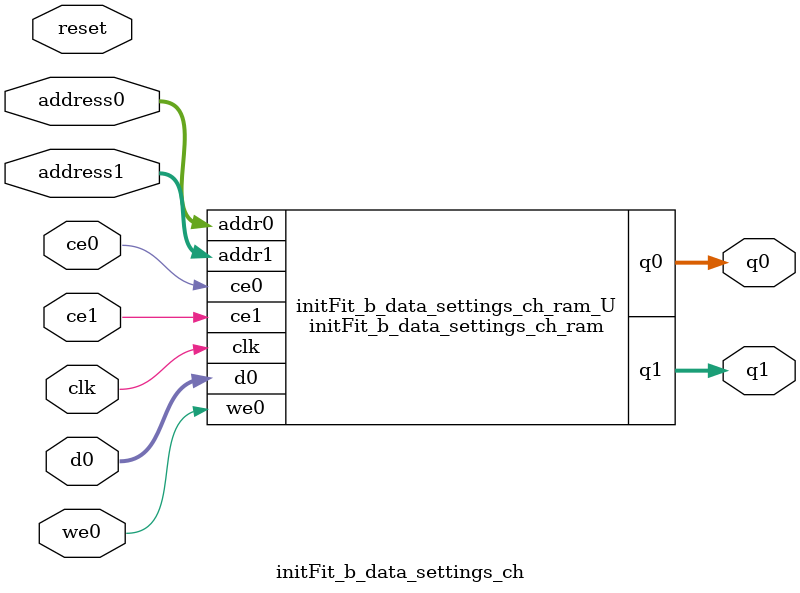
<source format=v>
`timescale 1 ns / 1 ps
module initFit_b_data_settings_ch_ram (addr0, ce0, d0, we0, q0, addr1, ce1, q1,  clk);

parameter DWIDTH = 32;
parameter AWIDTH = 4;
parameter MEM_SIZE = 10;

input[AWIDTH-1:0] addr0;
input ce0;
input[DWIDTH-1:0] d0;
input we0;
output reg[DWIDTH-1:0] q0;
input[AWIDTH-1:0] addr1;
input ce1;
output reg[DWIDTH-1:0] q1;
input clk;

(* ram_style = "distributed" *)reg [DWIDTH-1:0] ram[0:MEM_SIZE-1];




always @(posedge clk)  
begin 
    if (ce0) 
    begin
        if (we0) 
        begin 
            ram[addr0] <= d0; 
        end 
        q0 <= ram[addr0];
    end
end


always @(posedge clk)  
begin 
    if (ce1) 
    begin
        q1 <= ram[addr1];
    end
end


endmodule

`timescale 1 ns / 1 ps
module initFit_b_data_settings_ch(
    reset,
    clk,
    address0,
    ce0,
    we0,
    d0,
    q0,
    address1,
    ce1,
    q1);

parameter DataWidth = 32'd32;
parameter AddressRange = 32'd10;
parameter AddressWidth = 32'd4;
input reset;
input clk;
input[AddressWidth - 1:0] address0;
input ce0;
input we0;
input[DataWidth - 1:0] d0;
output[DataWidth - 1:0] q0;
input[AddressWidth - 1:0] address1;
input ce1;
output[DataWidth - 1:0] q1;



initFit_b_data_settings_ch_ram initFit_b_data_settings_ch_ram_U(
    .clk( clk ),
    .addr0( address0 ),
    .ce0( ce0 ),
    .we0( we0 ),
    .d0( d0 ),
    .q0( q0 ),
    .addr1( address1 ),
    .ce1( ce1 ),
    .q1( q1 ));

endmodule


</source>
